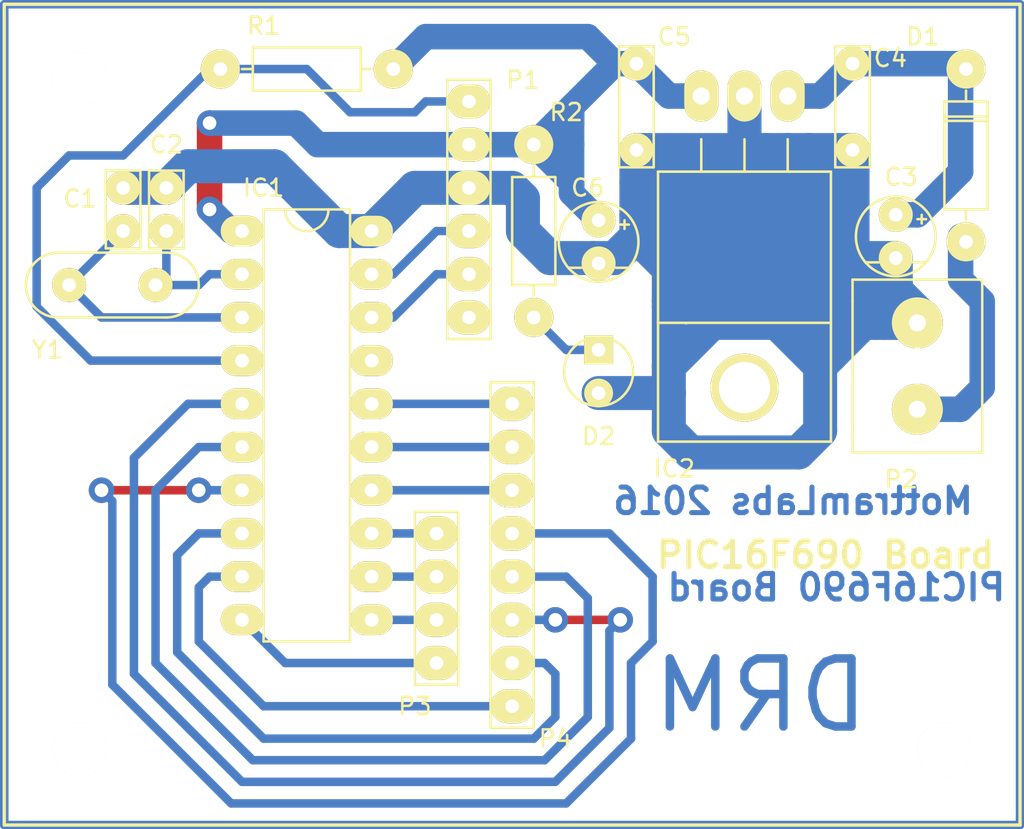
<source format=kicad_pcb>
(kicad_pcb (version 4) (host pcbnew 4.0.2-4+6225~38~ubuntu15.04.1-stable)

  (general
    (links 41)
    (no_connects 0)
    (area 105.937857 72.145 176.002143 122.015)
    (thickness 1.6)
    (drawings 8)
    (tracks 214)
    (zones 0)
    (modules 20)
    (nets 25)
  )

  (page A4)
  (layers
    (0 F.Cu signal)
    (31 B.Cu signal)
    (32 B.Adhes user)
    (33 F.Adhes user)
    (34 B.Paste user)
    (35 F.Paste user)
    (36 B.SilkS user)
    (37 F.SilkS user)
    (38 B.Mask user)
    (39 F.Mask user)
    (40 Dwgs.User user)
    (41 Cmts.User user)
    (42 Eco1.User user)
    (43 Eco2.User user)
    (44 Edge.Cuts user)
    (45 Margin user)
    (46 B.CrtYd user)
    (47 F.CrtYd user)
    (48 B.Fab user)
    (49 F.Fab user)
  )

  (setup
    (last_trace_width 0.5)
    (trace_clearance 0.2)
    (zone_clearance 0.508)
    (zone_45_only no)
    (trace_min 0.2)
    (segment_width 0.2)
    (edge_width 0.15)
    (via_size 1.5)
    (via_drill 0.8)
    (via_min_size 0.4)
    (via_min_drill 0.3)
    (uvia_size 0.3)
    (uvia_drill 0.1)
    (uvias_allowed no)
    (uvia_min_size 0.2)
    (uvia_min_drill 0.1)
    (pcb_text_width 0.3)
    (pcb_text_size 1.5 1.5)
    (mod_edge_width 0.15)
    (mod_text_size 1 1)
    (mod_text_width 0.15)
    (pad_size 1.524 1.524)
    (pad_drill 0.762)
    (pad_to_mask_clearance 0.2)
    (aux_axis_origin 0 0)
    (visible_elements FFFFFF7F)
    (pcbplotparams
      (layerselection 0x00030_80000001)
      (usegerberextensions false)
      (excludeedgelayer true)
      (linewidth 0.100000)
      (plotframeref false)
      (viasonmask false)
      (mode 1)
      (useauxorigin false)
      (hpglpennumber 1)
      (hpglpenspeed 20)
      (hpglpendiameter 15)
      (hpglpenoverlay 2)
      (psnegative false)
      (psa4output false)
      (plotreference true)
      (plotvalue true)
      (plotinvisibletext false)
      (padsonsilk false)
      (subtractmaskfromsilk false)
      (outputformat 1)
      (mirror false)
      (drillshape 1)
      (scaleselection 1)
      (outputdirectory ""))
  )

  (net 0 "")
  (net 1 "Net-(C1-Pad1)")
  (net 2 Earth)
  (net 3 "Net-(C2-Pad1)")
  (net 4 +5V)
  (net 5 "Net-(IC1-Pad4)")
  (net 6 "Net-(IC1-Pad5)")
  (net 7 "Net-(IC1-Pad6)")
  (net 8 "Net-(IC1-Pad7)")
  (net 9 "Net-(IC1-Pad8)")
  (net 10 "Net-(IC1-Pad9)")
  (net 11 "Net-(IC1-Pad10)")
  (net 12 "Net-(IC1-Pad11)")
  (net 13 "Net-(IC1-Pad12)")
  (net 14 "Net-(IC1-Pad13)")
  (net 15 "Net-(IC1-Pad14)")
  (net 16 "Net-(IC1-Pad15)")
  (net 17 "Net-(IC1-Pad16)")
  (net 18 "Net-(IC1-Pad17)")
  (net 19 "Net-(IC1-Pad18)")
  (net 20 "Net-(IC1-Pad19)")
  (net 21 "Net-(P1-Pad6)")
  (net 22 "Net-(C3-Pad1)")
  (net 23 "Net-(D1-Pad2)")
  (net 24 "Net-(D2-Pad2)")

  (net_class Default "This is the default net class."
    (clearance 0.2)
    (trace_width 0.5)
    (via_dia 1.5)
    (via_drill 0.8)
    (uvia_dia 0.3)
    (uvia_drill 0.1)
    (add_net "Net-(C1-Pad1)")
    (add_net "Net-(C2-Pad1)")
    (add_net "Net-(C3-Pad1)")
    (add_net "Net-(D1-Pad2)")
    (add_net "Net-(D2-Pad2)")
    (add_net "Net-(IC1-Pad10)")
    (add_net "Net-(IC1-Pad11)")
    (add_net "Net-(IC1-Pad12)")
    (add_net "Net-(IC1-Pad13)")
    (add_net "Net-(IC1-Pad14)")
    (add_net "Net-(IC1-Pad15)")
    (add_net "Net-(IC1-Pad16)")
    (add_net "Net-(IC1-Pad17)")
    (add_net "Net-(IC1-Pad18)")
    (add_net "Net-(IC1-Pad19)")
    (add_net "Net-(IC1-Pad4)")
    (add_net "Net-(IC1-Pad5)")
    (add_net "Net-(IC1-Pad6)")
    (add_net "Net-(IC1-Pad7)")
    (add_net "Net-(IC1-Pad8)")
    (add_net "Net-(IC1-Pad9)")
    (add_net "Net-(P1-Pad6)")
  )

  (net_class +5V ""
    (clearance 0.2)
    (trace_width 1.5)
    (via_dia 1.5)
    (via_drill 0.8)
    (uvia_dia 0.3)
    (uvia_drill 0.1)
    (add_net +5V)
  )

  (net_class GND ""
    (clearance 0.2)
    (trace_width 2)
    (via_dia 0.6)
    (via_drill 0.4)
    (uvia_dia 0.3)
    (uvia_drill 0.1)
    (add_net Earth)
  )

  (module DRM_KiCad_Library:Capacitor_01_Single_Sided (layer F.Cu) (tedit 56E055AF) (tstamp 56E04E7A)
    (at 118.11 86.36 90)
    (path /56DDBB38)
    (fp_text reference C1 (at 1.905 -2.54 180) (layer F.SilkS)
      (effects (font (size 1 1) (thickness 0.15)))
    )
    (fp_text value 22pF (at 0.508 2.032 90) (layer F.Fab) hide
      (effects (font (size 1 1) (thickness 0.15)))
    )
    (fp_line (start 3.302 -1.016) (end 3.556 -1.016) (layer F.SilkS) (width 0.15))
    (fp_line (start 3.556 -1.016) (end 3.556 1.016) (layer F.SilkS) (width 0.15))
    (fp_line (start 3.556 1.016) (end 3.302 1.016) (layer F.SilkS) (width 0.15))
    (fp_line (start -1.016 -1.016) (end 3.302 -1.016) (layer F.SilkS) (width 0.15))
    (fp_line (start 3.302 1.016) (end -1.016 1.016) (layer F.SilkS) (width 0.15))
    (fp_line (start -1.016 1.016) (end -1.016 -1.016) (layer F.SilkS) (width 0.15))
    (pad 1 thru_hole circle (at 0 0 90) (size 2 2) (drill 0.8) (layers *.Cu *.Mask F.SilkS)
      (net 1 "Net-(C1-Pad1)"))
    (pad 2 thru_hole circle (at 2.54 0 90) (size 2 2) (drill 0.8) (layers *.Cu *.Mask F.SilkS)
      (net 2 Earth))
  )

  (module DRM_KiCad_Library:Capacitor_01_Single_Sided (layer F.Cu) (tedit 56E055B6) (tstamp 56E04E86)
    (at 120.65 86.36 90)
    (path /56DDBB6E)
    (fp_text reference C2 (at 5.08 0 180) (layer F.SilkS)
      (effects (font (size 1 1) (thickness 0.15)))
    )
    (fp_text value 22pF (at 0.508 2.032 90) (layer F.Fab) hide
      (effects (font (size 1 1) (thickness 0.15)))
    )
    (fp_line (start 3.302 -1.016) (end 3.556 -1.016) (layer F.SilkS) (width 0.15))
    (fp_line (start 3.556 -1.016) (end 3.556 1.016) (layer F.SilkS) (width 0.15))
    (fp_line (start 3.556 1.016) (end 3.302 1.016) (layer F.SilkS) (width 0.15))
    (fp_line (start -1.016 -1.016) (end 3.302 -1.016) (layer F.SilkS) (width 0.15))
    (fp_line (start 3.302 1.016) (end -1.016 1.016) (layer F.SilkS) (width 0.15))
    (fp_line (start -1.016 1.016) (end -1.016 -1.016) (layer F.SilkS) (width 0.15))
    (pad 1 thru_hole circle (at 0 0 90) (size 2 2) (drill 0.8) (layers *.Cu *.Mask F.SilkS)
      (net 3 "Net-(C2-Pad1)"))
    (pad 2 thru_hole circle (at 2.54 0 90) (size 2 2) (drill 0.8) (layers *.Cu *.Mask F.SilkS)
      (net 2 Earth))
  )

  (module DRM_KiCad_Library:Capacitor_Electrolytic_Small_Single_Sided (layer F.Cu) (tedit 56E05583) (tstamp 56E04E91)
    (at 163.5125 85.4075 270)
    (path /56DDE379)
    (fp_text reference C3 (at -2.2225 -0.3175 360) (layer F.SilkS)
      (effects (font (size 1 1) (thickness 0.15)))
    )
    (fp_text value "10uF 16V" (at 2.286 3.302 270) (layer F.Fab) hide
      (effects (font (size 1 1) (thickness 0.15)))
    )
    (fp_line (start 2.794 1.016) (end 2.794 1.778) (layer F.SilkS) (width 0.15))
    (fp_line (start 2.794 -1.778) (end 2.794 -1.016) (layer F.SilkS) (width 0.15))
    (fp_line (start 0.254 -1.778) (end 0.254 -1.27) (layer F.SilkS) (width 0.15))
    (fp_line (start 0 -1.524) (end 0.508 -1.524) (layer F.SilkS) (width 0.15))
    (fp_circle (center 1.27 0) (end 1.778 -2.286) (layer F.SilkS) (width 0.15))
    (pad 1 thru_hole circle (at 0 0 270) (size 2 2) (drill 0.8) (layers *.Cu *.Mask F.SilkS)
      (net 22 "Net-(C3-Pad1)"))
    (pad 2 thru_hole circle (at 2.54 0 270) (size 2 2) (drill 0.8) (layers *.Cu *.Mask F.SilkS)
      (net 2 Earth))
  )

  (module DRM_KiCad_Library:Capacitor_02_Single_Sided (layer F.Cu) (tedit 56E05595) (tstamp 56E04E9F)
    (at 160.9725 76.5175 270)
    (path /56DDDB1B)
    (fp_text reference C4 (at -0.3175 -2.2225 360) (layer F.SilkS)
      (effects (font (size 1 1) (thickness 0.15)))
    )
    (fp_text value 0.1uF (at 2.286 2.032 270) (layer F.Fab) hide
      (effects (font (size 1 1) (thickness 0.15)))
    )
    (fp_line (start 3.556 -1.016) (end 6.096 -1.016) (layer F.SilkS) (width 0.15))
    (fp_line (start 6.096 -1.016) (end 6.096 1.016) (layer F.SilkS) (width 0.15))
    (fp_line (start 6.096 1.016) (end 3.556 1.016) (layer F.SilkS) (width 0.15))
    (fp_line (start 3.302 -1.016) (end 3.556 -1.016) (layer F.SilkS) (width 0.15))
    (fp_line (start 3.556 1.016) (end 3.302 1.016) (layer F.SilkS) (width 0.15))
    (fp_line (start -1.016 -1.016) (end 3.302 -1.016) (layer F.SilkS) (width 0.15))
    (fp_line (start 3.302 1.016) (end -1.016 1.016) (layer F.SilkS) (width 0.15))
    (fp_line (start -1.016 1.016) (end -1.016 -1.016) (layer F.SilkS) (width 0.15))
    (pad 1 thru_hole circle (at 0 0 270) (size 2 2) (drill 0.8) (layers *.Cu *.Mask F.SilkS)
      (net 22 "Net-(C3-Pad1)"))
    (pad 2 thru_hole circle (at 5.08 0 270) (size 2 2) (drill 0.8) (layers *.Cu *.Mask F.SilkS)
      (net 2 Earth))
  )

  (module DRM_KiCad_Library:Capacitor_02_Single_Sided (layer F.Cu) (tedit 56E0559C) (tstamp 56E04EAD)
    (at 148.2725 76.5175 270)
    (path /56DDDA19)
    (fp_text reference C5 (at -1.5875 -2.2225 360) (layer F.SilkS)
      (effects (font (size 1 1) (thickness 0.15)))
    )
    (fp_text value 0.1uF (at 2.286 2.032 270) (layer F.Fab) hide
      (effects (font (size 1 1) (thickness 0.15)))
    )
    (fp_line (start 3.556 -1.016) (end 6.096 -1.016) (layer F.SilkS) (width 0.15))
    (fp_line (start 6.096 -1.016) (end 6.096 1.016) (layer F.SilkS) (width 0.15))
    (fp_line (start 6.096 1.016) (end 3.556 1.016) (layer F.SilkS) (width 0.15))
    (fp_line (start 3.302 -1.016) (end 3.556 -1.016) (layer F.SilkS) (width 0.15))
    (fp_line (start 3.556 1.016) (end 3.302 1.016) (layer F.SilkS) (width 0.15))
    (fp_line (start -1.016 -1.016) (end 3.302 -1.016) (layer F.SilkS) (width 0.15))
    (fp_line (start 3.302 1.016) (end -1.016 1.016) (layer F.SilkS) (width 0.15))
    (fp_line (start -1.016 1.016) (end -1.016 -1.016) (layer F.SilkS) (width 0.15))
    (pad 1 thru_hole circle (at 0 0 270) (size 2 2) (drill 0.8) (layers *.Cu *.Mask F.SilkS)
      (net 4 +5V))
    (pad 2 thru_hole circle (at 5.08 0 270) (size 2 2) (drill 0.8) (layers *.Cu *.Mask F.SilkS)
      (net 2 Earth))
  )

  (module DRM_KiCad_Library:Capacitor_Electrolytic_Small_Single_Sided (layer F.Cu) (tedit 56E0598C) (tstamp 56E04EB8)
    (at 146.05 85.725 270)
    (path /56DDDEE4)
    (fp_text reference C6 (at -1.905 0.635 360) (layer F.SilkS)
      (effects (font (size 1 1) (thickness 0.15)))
    )
    (fp_text value "10uF 16V" (at 2.286 3.302 270) (layer F.Fab) hide
      (effects (font (size 1 1) (thickness 0.15)))
    )
    (fp_line (start 2.794 1.016) (end 2.794 1.778) (layer F.SilkS) (width 0.15))
    (fp_line (start 2.794 -1.778) (end 2.794 -1.016) (layer F.SilkS) (width 0.15))
    (fp_line (start 0.254 -1.778) (end 0.254 -1.27) (layer F.SilkS) (width 0.15))
    (fp_line (start 0 -1.524) (end 0.508 -1.524) (layer F.SilkS) (width 0.15))
    (fp_circle (center 1.27 0) (end 1.778 -2.286) (layer F.SilkS) (width 0.15))
    (pad 1 thru_hole circle (at 0 0 270) (size 2 2) (drill 0.8) (layers *.Cu *.Mask F.SilkS)
      (net 4 +5V))
    (pad 2 thru_hole circle (at 2.54 0 270) (size 2 2) (drill 0.8) (layers *.Cu *.Mask F.SilkS)
      (net 2 Earth))
  )

  (module DRM_KiCad_Library:7805_TO220_Single_Sided (layer F.Cu) (tedit 56E05577) (tstamp 56E04EE8)
    (at 154.6225 95.5675 180)
    (path /56DDD859)
    (fp_text reference IC2 (at 4.1275 -4.7625 180) (layer F.SilkS)
      (effects (font (size 1 1) (thickness 0.15)))
    )
    (fp_text value LM7805CT (at 0 19.685 180) (layer F.Fab) hide
      (effects (font (size 1 1) (thickness 0.15)))
    )
    (fp_line (start 0 14.605) (end 0 12.7) (layer F.SilkS) (width 0.15))
    (fp_line (start 0 12.7) (end 2.54 12.7) (layer F.SilkS) (width 0.15))
    (fp_line (start 2.54 12.7) (end 2.54 14.605) (layer F.SilkS) (width 0.15))
    (fp_line (start -2.54 12.7) (end -2.54 14.605) (layer F.SilkS) (width 0.15))
    (fp_line (start -5.08 3.81) (end 5.08 3.81) (layer F.SilkS) (width 0.15))
    (fp_line (start 0 12.7) (end 5.08 12.7) (layer F.SilkS) (width 0.15))
    (fp_line (start 5.08 12.7) (end 5.08 -3.175) (layer F.SilkS) (width 0.15))
    (fp_line (start 5.08 -3.175) (end -5.08 -3.175) (layer F.SilkS) (width 0.15))
    (fp_line (start -5.08 -3.175) (end -5.08 12.7) (layer F.SilkS) (width 0.15))
    (fp_line (start -5.08 12.7) (end 0 12.7) (layer F.SilkS) (width 0.15))
    (pad "" np_thru_hole circle (at 0 0 180) (size 4 4) (drill 3) (layers *.Cu *.Mask F.SilkS))
    (pad 2 thru_hole oval (at 0 17.145 180) (size 2 3) (drill 1) (layers *.Cu *.Mask F.SilkS)
      (net 2 Earth))
    (pad 1 thru_hole oval (at -2.54 17.145 180) (size 2 3) (drill 1) (layers *.Cu *.Mask F.SilkS)
      (net 22 "Net-(C3-Pad1)"))
    (pad 3 thru_hole oval (at 2.54 17.145 180) (size 2 3) (drill 1) (layers *.Cu *.Mask F.SilkS)
      (net 4 +5V))
  )

  (module DRM_KiCad_Library:Header_6W_Single_Sided (layer F.Cu) (tedit 56E055A5) (tstamp 56E04EF6)
    (at 138.43 78.74)
    (path /56DDBE35)
    (fp_text reference P1 (at 3.175 -1.27) (layer F.SilkS)
      (effects (font (size 1 1) (thickness 0.15)))
    )
    (fp_text value "ISP Header" (at 0 15.24) (layer F.Fab) hide
      (effects (font (size 1 1) (thickness 0.15)))
    )
    (fp_line (start -1.27 -1.27) (end -1.27 13.97) (layer F.SilkS) (width 0.15))
    (fp_line (start -1.27 13.97) (end 1.27 13.97) (layer F.SilkS) (width 0.15))
    (fp_line (start 1.27 13.97) (end 1.27 -1.27) (layer F.SilkS) (width 0.15))
    (fp_line (start -1.27 -1.27) (end 1.27 -1.27) (layer F.SilkS) (width 0.15))
    (pad 1 thru_hole oval (at 0 0) (size 2.5 2) (drill 0.8) (layers *.Cu *.Mask F.SilkS)
      (net 5 "Net-(IC1-Pad4)"))
    (pad 2 thru_hole oval (at 0 2.54) (size 2.5 2) (drill 0.8) (layers *.Cu *.Mask F.SilkS)
      (net 4 +5V))
    (pad 3 thru_hole oval (at 0 5.08) (size 2.5 2) (drill 0.8) (layers *.Cu *.Mask F.SilkS)
      (net 2 Earth))
    (pad 4 thru_hole oval (at 0 7.62) (size 2.5 2) (drill 0.8) (layers *.Cu *.Mask F.SilkS)
      (net 20 "Net-(IC1-Pad19)"))
    (pad 5 thru_hole oval (at 0 10.16) (size 2.5 2) (drill 0.8) (layers *.Cu *.Mask F.SilkS)
      (net 19 "Net-(IC1-Pad18)"))
    (pad 6 thru_hole oval (at 0 12.7) (size 2.5 2) (drill 0.8) (layers *.Cu *.Mask F.SilkS)
      (net 21 "Net-(P1-Pad6)"))
  )

  (module DRM_KiCad_Library:Terminal_2W_Single_Sided (layer F.Cu) (tedit 56E0557B) (tstamp 56E04F04)
    (at 164.7825 96.8375 90)
    (path /56DDDFF7)
    (fp_text reference P2 (at -4.1275 -0.9525 180) (layer F.SilkS)
      (effects (font (size 1 1) (thickness 0.15)))
    )
    (fp_text value "2 Way Terminal" (at 2.54 5.08 90) (layer F.Fab) hide
      (effects (font (size 1 1) (thickness 0.15)))
    )
    (fp_line (start 6.35 3.81) (end 7.62 3.81) (layer F.SilkS) (width 0.15))
    (fp_line (start 7.62 3.81) (end 7.62 -3.81) (layer F.SilkS) (width 0.15))
    (fp_line (start 7.62 -3.81) (end 6.35 -3.81) (layer F.SilkS) (width 0.15))
    (fp_line (start -1.27 -3.81) (end -2.54 -3.81) (layer F.SilkS) (width 0.15))
    (fp_line (start -2.54 -3.81) (end -2.54 3.81) (layer F.SilkS) (width 0.15))
    (fp_line (start -2.54 3.81) (end -1.27 3.81) (layer F.SilkS) (width 0.15))
    (fp_line (start -1.27 -3.81) (end 6.35 -3.81) (layer F.SilkS) (width 0.15))
    (fp_line (start 6.35 3.81) (end -1.27 3.81) (layer F.SilkS) (width 0.15))
    (pad 1 thru_hole circle (at 0 0 90) (size 3 3) (drill 1) (layers *.Cu *.Mask F.SilkS)
      (net 23 "Net-(D1-Pad2)"))
    (pad 2 thru_hole circle (at 5.08 0 90) (size 3 3) (drill 1) (layers *.Cu *.Mask F.SilkS)
      (net 2 Earth))
  )

  (module DRM_KiCad_Library:Header_4W_Single_Sided (layer F.Cu) (tedit 56E055A9) (tstamp 56E04F10)
    (at 136.525 104.14)
    (path /56E041BB)
    (fp_text reference P3 (at -1.27 10.16) (layer F.SilkS)
      (effects (font (size 1 1) (thickness 0.15)))
    )
    (fp_text value "Port B" (at 0 10.16) (layer F.Fab) hide
      (effects (font (size 1 1) (thickness 0.15)))
    )
    (fp_line (start -1.27 -1.27) (end -1.27 8.89) (layer F.SilkS) (width 0.15))
    (fp_line (start 1.27 -1.27) (end 1.27 8.89) (layer F.SilkS) (width 0.15))
    (fp_line (start -1.27 -1.27) (end 1.27 -1.27) (layer F.SilkS) (width 0.15))
    (fp_line (start 1.27 8.89) (end -1.27 8.89) (layer F.SilkS) (width 0.15))
    (pad 1 thru_hole oval (at 0 0) (size 2.5 2) (drill 0.8) (layers *.Cu *.Mask F.SilkS)
      (net 14 "Net-(IC1-Pad13)"))
    (pad 2 thru_hole oval (at 0 2.54) (size 2.5 2) (drill 0.8) (layers *.Cu *.Mask F.SilkS)
      (net 13 "Net-(IC1-Pad12)"))
    (pad 3 thru_hole oval (at 0 5.08) (size 2.5 2) (drill 0.8) (layers *.Cu *.Mask F.SilkS)
      (net 12 "Net-(IC1-Pad11)"))
    (pad 4 thru_hole oval (at 0 7.62) (size 2.5 2) (drill 0.8) (layers *.Cu *.Mask F.SilkS)
      (net 11 "Net-(IC1-Pad10)"))
  )

  (module DRM_KiCad_Library:Header_8W_Single_Sided (layer F.Cu) (tedit 56E05959) (tstamp 56E04F20)
    (at 140.97 96.52)
    (path /56E04104)
    (fp_text reference P4 (at 2.54 19.685) (layer F.SilkS)
      (effects (font (size 1 1) (thickness 0.15)))
    )
    (fp_text value "Port C" (at 0 20.32) (layer F.Fab) hide
      (effects (font (size 1 1) (thickness 0.15)))
    )
    (fp_line (start -1.27 -1.27) (end 1.27 -1.27) (layer F.SilkS) (width 0.15))
    (fp_line (start 1.27 -1.27) (end 1.27 19.05) (layer F.SilkS) (width 0.15))
    (fp_line (start 1.27 19.05) (end -1.27 19.05) (layer F.SilkS) (width 0.15))
    (fp_line (start -1.27 19.05) (end -1.27 -1.27) (layer F.SilkS) (width 0.15))
    (pad 1 thru_hole oval (at 0 0) (size 2.5 2) (drill 0.8) (layers *.Cu *.Mask F.SilkS)
      (net 17 "Net-(IC1-Pad16)"))
    (pad 2 thru_hole oval (at 0 2.54) (size 2.5 2) (drill 0.8) (layers *.Cu *.Mask F.SilkS)
      (net 16 "Net-(IC1-Pad15)"))
    (pad 3 thru_hole oval (at 0 5.08) (size 2.5 2) (drill 0.8) (layers *.Cu *.Mask F.SilkS)
      (net 15 "Net-(IC1-Pad14)"))
    (pad 4 thru_hole oval (at 0 7.62) (size 2.5 2) (drill 0.8) (layers *.Cu *.Mask F.SilkS)
      (net 8 "Net-(IC1-Pad7)"))
    (pad 5 thru_hole oval (at 0 10.16) (size 2.5 2) (drill 0.8) (layers *.Cu *.Mask F.SilkS)
      (net 7 "Net-(IC1-Pad6)"))
    (pad 6 thru_hole oval (at 0 12.7) (size 2.5 2) (drill 0.8) (layers *.Cu *.Mask F.SilkS)
      (net 6 "Net-(IC1-Pad5)"))
    (pad 7 thru_hole oval (at 0 15.24) (size 2.5 2) (drill 0.8) (layers *.Cu *.Mask F.SilkS)
      (net 9 "Net-(IC1-Pad8)"))
    (pad 8 thru_hole oval (at 0 17.78) (size 2.5 2) (drill 0.8) (layers *.Cu *.Mask F.SilkS)
      (net 10 "Net-(IC1-Pad9)"))
  )

  (module DRM_KiCad_Library:Resistor_Single_Sided (layer F.Cu) (tedit 56E0556B) (tstamp 56E04F2C)
    (at 133.985 76.835 180)
    (path /56DDBEEF)
    (fp_text reference R1 (at 7.62 2.54 180) (layer F.SilkS)
      (effects (font (size 1 1) (thickness 0.15)))
    )
    (fp_text value 10K (at 5.08 2.54 180) (layer F.Fab) hide
      (effects (font (size 1 1) (thickness 0.15)))
    )
    (fp_line (start 8.255 0) (end 8.89 0) (layer F.SilkS) (width 0.15))
    (fp_line (start 1.905 0) (end 1.27 0) (layer F.SilkS) (width 0.15))
    (fp_line (start 1.905 -1.27) (end 1.905 1.27) (layer F.SilkS) (width 0.15))
    (fp_line (start 1.905 1.27) (end 8.255 1.27) (layer F.SilkS) (width 0.15))
    (fp_line (start 8.255 1.27) (end 8.255 -1.27) (layer F.SilkS) (width 0.15))
    (fp_line (start 8.255 -1.27) (end 1.905 -1.27) (layer F.SilkS) (width 0.15))
    (pad 1 thru_hole circle (at 0 0 180) (size 2.3 2.3) (drill 0.8) (layers *.Cu *.Mask F.SilkS)
      (net 4 +5V))
    (pad 2 thru_hole circle (at 10.16 0 180) (size 2.3 2.3) (drill 0.8) (layers *.Cu *.Mask F.SilkS)
      (net 5 "Net-(IC1-Pad4)"))
  )

  (module DRM_KiCad_Library:Crystal_HC49_Single_Sided (layer F.Cu) (tedit 56E055AC) (tstamp 56E04F38)
    (at 114.935 89.535)
    (path /56DDBB09)
    (fp_text reference Y1 (at -1.27 3.81) (layer F.SilkS)
      (effects (font (size 1 1) (thickness 0.15)))
    )
    (fp_text value 20MHz (at 2.54 3.175) (layer F.Fab) hide
      (effects (font (size 1 1) (thickness 0.15)))
    )
    (fp_line (start -0.635 -1.905) (end 5.715 -1.905) (layer F.SilkS) (width 0.15))
    (fp_line (start 5.715 1.905) (end -0.635 1.905) (layer F.SilkS) (width 0.15))
    (fp_arc (start 5.715 0) (end 7.62 0) (angle 90) (layer F.SilkS) (width 0.15))
    (fp_arc (start 5.715 0) (end 5.715 -1.905) (angle 90) (layer F.SilkS) (width 0.15))
    (fp_arc (start -0.635 0) (end -2.54 0) (angle 90) (layer F.SilkS) (width 0.15))
    (fp_arc (start -0.635 0) (end -0.635 1.905) (angle 90) (layer F.SilkS) (width 0.15))
    (pad 1 thru_hole circle (at 0 0) (size 2 2) (drill 0.8) (layers *.Cu *.Mask F.SilkS)
      (net 1 "Net-(C1-Pad1)"))
    (pad 2 thru_hole circle (at 5.08 0) (size 2 2) (drill 0.8) (layers *.Cu *.Mask F.SilkS)
      (net 3 "Net-(C2-Pad1)"))
  )

  (module Mounting_Holes:MountingHole_3.2mm_M3 (layer F.Cu) (tedit 56E0538B) (tstamp 56E055E8)
    (at 115.57 116.84)
    (descr "Mounting Hole 3.2mm, no annular, M3")
    (tags "mounting hole 3.2mm no annular m3")
    (fp_text reference REF** (at 0 -4.2) (layer F.SilkS) hide
      (effects (font (size 1 1) (thickness 0.15)))
    )
    (fp_text value MountingHole_3.2mm_M3 (at 0 4.2) (layer F.Fab) hide
      (effects (font (size 1 1) (thickness 0.15)))
    )
    (fp_circle (center 0 0) (end 3.2 0) (layer Cmts.User) (width 0.15))
    (fp_circle (center 0 0) (end 3.45 0) (layer F.CrtYd) (width 0.05))
    (pad 1 np_thru_hole circle (at 0 0) (size 3.2 3.2) (drill 3.2) (layers *.Cu *.Mask F.SilkS))
  )

  (module Mounting_Holes:MountingHole_3.2mm_M3 (layer F.Cu) (tedit 56E053E1) (tstamp 56E055F1)
    (at 166.37 116.84)
    (descr "Mounting Hole 3.2mm, no annular, M3")
    (tags "mounting hole 3.2mm no annular m3")
    (fp_text reference REF** (at 0 -4.2) (layer F.SilkS) hide
      (effects (font (size 1 1) (thickness 0.15)))
    )
    (fp_text value MountingHole_3.2mm_M3 (at 0 4.2) (layer F.Fab) hide
      (effects (font (size 1 1) (thickness 0.15)))
    )
    (fp_circle (center 0 0) (end 3.2 0) (layer Cmts.User) (width 0.15))
    (fp_circle (center 0 0) (end 3.45 0) (layer F.CrtYd) (width 0.05))
    (pad 1 np_thru_hole circle (at 0 0) (size 3.2 3.2) (drill 3.2) (layers *.Cu *.Mask F.SilkS))
  )

  (module Mounting_Holes:MountingHole_3.2mm_M3 (layer F.Cu) (tedit 56E05452) (tstamp 56E05603)
    (at 115.57 77.47)
    (descr "Mounting Hole 3.2mm, no annular, M3")
    (tags "mounting hole 3.2mm no annular m3")
    (fp_text reference REF** (at 0 -4.2) (layer F.SilkS) hide
      (effects (font (size 1 1) (thickness 0.15)))
    )
    (fp_text value MountingHole_3.2mm_M3 (at 0 4.2) (layer F.Fab) hide
      (effects (font (size 1 1) (thickness 0.15)))
    )
    (fp_circle (center 0 0) (end 3.2 0) (layer Cmts.User) (width 0.15))
    (fp_circle (center 0 0) (end 3.45 0) (layer F.CrtYd) (width 0.05))
    (pad 1 np_thru_hole circle (at 0 0) (size 3.2 3.2) (drill 3.2) (layers *.Cu *.Mask F.SilkS))
  )

  (module DRM_KiCad_Library:Diode_Single_Sided (layer F.Cu) (tedit 56E05746) (tstamp 56E057F3)
    (at 167.64 76.835 270)
    (path /56DDE256)
    (fp_text reference D1 (at -1.905 2.54 360) (layer F.SilkS)
      (effects (font (size 1 1) (thickness 0.15)))
    )
    (fp_text value IN4001 (at 5.08 2.54 270) (layer F.Fab) hide
      (effects (font (size 1 1) (thickness 0.15)))
    )
    (fp_line (start 2.794 -1.27) (end 2.794 1.27) (layer F.SilkS) (width 0.15))
    (fp_line (start 2.794 1.27) (end 3.048 1.27) (layer F.SilkS) (width 0.15))
    (fp_line (start 3.048 1.27) (end 3.048 -1.27) (layer F.SilkS) (width 0.15))
    (fp_line (start 8.255 0) (end 8.89 0) (layer F.SilkS) (width 0.15))
    (fp_line (start 1.905 0) (end 1.27 0) (layer F.SilkS) (width 0.15))
    (fp_line (start 1.905 -1.27) (end 1.905 1.27) (layer F.SilkS) (width 0.15))
    (fp_line (start 1.905 1.27) (end 8.255 1.27) (layer F.SilkS) (width 0.15))
    (fp_line (start 8.255 1.27) (end 8.255 -1.27) (layer F.SilkS) (width 0.15))
    (fp_line (start 8.255 -1.27) (end 1.905 -1.27) (layer F.SilkS) (width 0.15))
    (pad 1 thru_hole circle (at 0 0 270) (size 2.3 2.3) (drill 0.8) (layers *.Cu *.Mask F.SilkS)
      (net 22 "Net-(C3-Pad1)"))
    (pad 2 thru_hole circle (at 10.16 0 270) (size 2.3 2.3) (drill 0.8) (layers *.Cu *.Mask F.SilkS)
      (net 23 "Net-(D1-Pad2)"))
  )

  (module DRM_KiCad_Library:Resistor_Single_Sided (layer F.Cu) (tedit 56E05961) (tstamp 56E059FC)
    (at 142.24 81.28 270)
    (path /56E0590E)
    (fp_text reference R2 (at -1.905 -1.905 360) (layer F.SilkS)
      (effects (font (size 1 1) (thickness 0.15)))
    )
    (fp_text value 1K (at 5.08 2.54 270) (layer F.Fab) hide
      (effects (font (size 1 1) (thickness 0.15)))
    )
    (fp_line (start 8.255 0) (end 8.89 0) (layer F.SilkS) (width 0.15))
    (fp_line (start 1.905 0) (end 1.27 0) (layer F.SilkS) (width 0.15))
    (fp_line (start 1.905 -1.27) (end 1.905 1.27) (layer F.SilkS) (width 0.15))
    (fp_line (start 1.905 1.27) (end 8.255 1.27) (layer F.SilkS) (width 0.15))
    (fp_line (start 8.255 1.27) (end 8.255 -1.27) (layer F.SilkS) (width 0.15))
    (fp_line (start 8.255 -1.27) (end 1.905 -1.27) (layer F.SilkS) (width 0.15))
    (pad 1 thru_hole circle (at 0 0 270) (size 2.3 2.3) (drill 0.8) (layers *.Cu *.Mask F.SilkS)
      (net 4 +5V))
    (pad 2 thru_hole circle (at 10.16 0 270) (size 2.3 2.3) (drill 0.8) (layers *.Cu *.Mask F.SilkS)
      (net 24 "Net-(D2-Pad2)"))
  )

  (module DRM_KiCad_Library:LED_3mm_Single_Sided (layer F.Cu) (tedit 56E05B8D) (tstamp 56E05E57)
    (at 146.05 93.345 270)
    (path /56E062BB)
    (fp_text reference D2 (at 5.08 0 360) (layer F.SilkS)
      (effects (font (size 1 1) (thickness 0.15)))
    )
    (fp_text value "LED RED 3mm" (at 2.032 3.302 270) (layer F.Fab) hide
      (effects (font (size 1 1) (thickness 0.15)))
    )
    (fp_circle (center 1.27 0) (end 1.27 -2.032) (layer F.SilkS) (width 0.15))
    (pad 2 thru_hole rect (at 0 0 270) (size 1.7 1.7) (drill 0.8) (layers *.Cu *.Mask F.SilkS)
      (net 24 "Net-(D2-Pad2)"))
    (pad 1 thru_hole circle (at 2.54 0 270) (size 1.7 1.7) (drill 0.8) (layers *.Cu *.Mask F.SilkS)
      (net 2 Earth))
  )

  (module DRM_KiCad_Library:DIL_20_Single_Sided (layer F.Cu) (tedit 56E04143) (tstamp 56E15047)
    (at 125.095 86.36)
    (path /56DDBAAF)
    (fp_text reference IC1 (at 1.27 -2.54) (layer F.SilkS)
      (effects (font (size 1 1) (thickness 0.15)))
    )
    (fp_text value PIC16F690 (at 3.81 25.4) (layer F.Fab) hide
      (effects (font (size 1 1) (thickness 0.15)))
    )
    (fp_arc (start 3.81 -1.27) (end 5.08 -1.27) (angle 90) (layer F.SilkS) (width 0.15))
    (fp_arc (start 3.81 -1.27) (end 3.81 0) (angle 90) (layer F.SilkS) (width 0.15))
    (fp_line (start 1.27 -1.27) (end 1.27 24.13) (layer F.SilkS) (width 0.15))
    (fp_line (start 1.27 24.13) (end 6.35 24.13) (layer F.SilkS) (width 0.15))
    (fp_line (start 6.35 24.13) (end 6.35 -1.27) (layer F.SilkS) (width 0.15))
    (fp_line (start 6.35 -1.27) (end 1.27 -1.27) (layer F.SilkS) (width 0.15))
    (pad 1 thru_hole oval (at 0 0) (size 2.5 1.8) (drill 0.8) (layers *.Cu *.Mask F.SilkS)
      (net 4 +5V))
    (pad 2 thru_hole oval (at 0 2.54) (size 2.5 1.8) (drill 0.8) (layers *.Cu *.Mask F.SilkS)
      (net 3 "Net-(C2-Pad1)"))
    (pad 3 thru_hole oval (at 0 5.08) (size 2.5 1.8) (drill 0.8) (layers *.Cu *.Mask F.SilkS)
      (net 1 "Net-(C1-Pad1)"))
    (pad 4 thru_hole oval (at 0 7.62) (size 2.5 1.8) (drill 0.8) (layers *.Cu *.Mask F.SilkS)
      (net 5 "Net-(IC1-Pad4)"))
    (pad 5 thru_hole oval (at 0 10.16) (size 2.5 1.8) (drill 0.8) (layers *.Cu *.Mask F.SilkS)
      (net 6 "Net-(IC1-Pad5)"))
    (pad 6 thru_hole oval (at 0 12.7) (size 2.5 1.8) (drill 0.8) (layers *.Cu *.Mask F.SilkS)
      (net 7 "Net-(IC1-Pad6)"))
    (pad 7 thru_hole oval (at 0 15.24) (size 2.5 1.8) (drill 0.8) (layers *.Cu *.Mask F.SilkS)
      (net 8 "Net-(IC1-Pad7)"))
    (pad 8 thru_hole oval (at 0 17.78) (size 2.5 1.8) (drill 0.8) (layers *.Cu *.Mask F.SilkS)
      (net 9 "Net-(IC1-Pad8)"))
    (pad 9 thru_hole oval (at 0 20.32) (size 2.5 1.8) (drill 0.8) (layers *.Cu *.Mask F.SilkS)
      (net 10 "Net-(IC1-Pad9)"))
    (pad 10 thru_hole oval (at 0 22.86) (size 2.5 1.8) (drill 0.8) (layers *.Cu *.Mask F.SilkS)
      (net 11 "Net-(IC1-Pad10)"))
    (pad 11 thru_hole oval (at 7.62 22.86) (size 2.5 1.8) (drill 0.8) (layers *.Cu *.Mask F.SilkS)
      (net 12 "Net-(IC1-Pad11)"))
    (pad 12 thru_hole oval (at 7.62 20.32) (size 2.5 1.8) (drill 0.8) (layers *.Cu *.Mask F.SilkS)
      (net 13 "Net-(IC1-Pad12)"))
    (pad 13 thru_hole oval (at 7.62 17.78) (size 2.5 1.8) (drill 0.8) (layers *.Cu *.Mask F.SilkS)
      (net 14 "Net-(IC1-Pad13)"))
    (pad 14 thru_hole oval (at 7.62 15.24) (size 2.5 1.8) (drill 0.8) (layers *.Cu *.Mask F.SilkS)
      (net 15 "Net-(IC1-Pad14)"))
    (pad 15 thru_hole oval (at 7.62 12.7) (size 2.5 1.8) (drill 0.8) (layers *.Cu *.Mask F.SilkS)
      (net 16 "Net-(IC1-Pad15)"))
    (pad 16 thru_hole oval (at 7.62 10.16) (size 2.5 1.8) (drill 0.8) (layers *.Cu *.Mask F.SilkS)
      (net 17 "Net-(IC1-Pad16)"))
    (pad 17 thru_hole oval (at 7.62 7.62) (size 2.5 1.8) (drill 0.8) (layers *.Cu *.Mask F.SilkS)
      (net 18 "Net-(IC1-Pad17)"))
    (pad 18 thru_hole oval (at 7.62 5.08) (size 2.5 1.8) (drill 0.8) (layers *.Cu *.Mask F.SilkS)
      (net 19 "Net-(IC1-Pad18)"))
    (pad 19 thru_hole oval (at 7.62 2.54) (size 2.5 1.8) (drill 0.8) (layers *.Cu *.Mask F.SilkS)
      (net 20 "Net-(IC1-Pad19)"))
    (pad 20 thru_hole oval (at 7.62 0) (size 2.5 1.8) (drill 0.8) (layers *.Cu *.Mask F.SilkS)
      (net 2 Earth))
    (model Sockets_DIP.3dshapes/DIP-20__300.wrl
      (at (xyz 0 0 0))
      (scale (xyz 1 1 1))
      (rotate (xyz 0 0 0))
    )
  )

  (gr_text DRM (at 155.575 113.665) (layer B.Cu)
    (effects (font (size 4 4) (thickness 0.5)) (justify mirror))
  )
  (gr_text "PIC16F690 Board" (at 159.385 105.41) (layer F.SilkS)
    (effects (font (size 1.5 1.5) (thickness 0.3)))
  )
  (gr_line (start 170.815 121.285) (end 170.815 73.025) (angle 90) (layer F.SilkS) (width 0.2))
  (gr_line (start 111.125 121.285) (end 170.815 121.285) (angle 90) (layer F.SilkS) (width 0.2))
  (gr_line (start 111.125 73.025) (end 111.125 121.285) (angle 90) (layer F.SilkS) (width 0.2))
  (gr_line (start 170.815 73.025) (end 111.125 73.025) (angle 90) (layer F.SilkS) (width 0.2))
  (gr_text "MottramLabs 2016" (at 157.48 102.235) (layer B.Cu)
    (effects (font (size 1.5 1.5) (thickness 0.3)) (justify mirror))
  )
  (gr_text "PIC16F690 Board" (at 160.02 107.315) (layer B.Cu)
    (effects (font (size 1.5 1.5) (thickness 0.3)) (justify mirror))
  )

  (segment (start 111.125 73.025) (end 170.815 73.025) (width 0.5) (layer B.Cu) (net 0))
  (segment (start 170.815 73.025) (end 170.815 121.285) (width 0.5) (layer B.Cu) (net 0) (tstamp 56E0551B))
  (segment (start 170.815 121.285) (end 112.395 121.285) (width 0.5) (layer B.Cu) (net 0) (tstamp 56E0551C))
  (segment (start 112.395 121.285) (end 111.125 121.285) (width 0.5) (layer B.Cu) (net 0) (tstamp 56E0551D))
  (segment (start 111.125 121.285) (end 111.125 73.025) (width 0.5) (layer B.Cu) (net 0) (tstamp 56E0551E))
  (segment (start 118.11 86.36) (end 114.935 89.535) (width 0.5) (layer B.Cu) (net 1))
  (segment (start 125.095 91.44) (end 116.84 91.44) (width 0.5) (layer B.Cu) (net 1))
  (segment (start 116.84 91.44) (end 114.935 89.535) (width 0.5) (layer B.Cu) (net 1) (tstamp 56E0521B))
  (segment (start 146.05 95.885) (end 150.1775 95.885) (width 2) (layer B.Cu) (net 2))
  (segment (start 132.715 86.36) (end 130.81 86.36) (width 2) (layer B.Cu) (net 2))
  (segment (start 121.92 82.55) (end 120.65 83.82) (width 2) (layer B.Cu) (net 2) (tstamp 56E05641))
  (segment (start 127 82.55) (end 121.92 82.55) (width 2) (layer B.Cu) (net 2) (tstamp 56E05640))
  (segment (start 130.81 86.36) (end 127 82.55) (width 2) (layer B.Cu) (net 2) (tstamp 56E0563F))
  (segment (start 120.65 83.82) (end 118.11 83.82) (width 2) (layer B.Cu) (net 2) (tstamp 56E05642))
  (segment (start 138.43 83.82) (end 140.97 83.82) (width 2) (layer B.Cu) (net 2))
  (segment (start 143.1925 87.9475) (end 145.7325 87.9475) (width 2) (layer B.Cu) (net 2) (tstamp 56E05496))
  (segment (start 141.605 86.36) (end 143.1925 87.9475) (width 2) (layer B.Cu) (net 2) (tstamp 56E05495))
  (segment (start 141.605 84.455) (end 141.605 86.36) (width 2) (layer B.Cu) (net 2) (tstamp 56E05494))
  (segment (start 140.97 83.82) (end 141.605 84.455) (width 2) (layer B.Cu) (net 2) (tstamp 56E05493))
  (segment (start 138.43 83.82) (end 135.255 83.82) (width 2) (layer B.Cu) (net 2))
  (segment (start 135.255 83.82) (end 132.715 86.36) (width 2) (layer B.Cu) (net 2) (tstamp 56E0523A))
  (segment (start 156.5275 91.7575) (end 152.7175 91.7575) (width 2) (layer B.Cu) (net 2))
  (segment (start 152.7175 91.7575) (end 150.1775 94.2975) (width 2) (layer B.Cu) (net 2) (tstamp 56E051AC))
  (segment (start 154.6225 89.8525) (end 151.4475 89.8525) (width 2) (layer B.Cu) (net 2))
  (segment (start 151.4475 89.8525) (end 150.495 90.805) (width 2) (layer B.Cu) (net 2) (tstamp 56E051A2))
  (segment (start 155.575 90.805) (end 150.495 90.805) (width 2) (layer B.Cu) (net 2))
  (segment (start 150.495 90.805) (end 150.1775 90.805) (width 2) (layer B.Cu) (net 2) (tstamp 56E051A5))
  (segment (start 150.1775 90.805) (end 150.495 90.4875) (width 2) (layer B.Cu) (net 2) (tstamp 56E05199))
  (segment (start 150.495 90.4875) (end 150.8125 90.4875) (width 2) (layer B.Cu) (net 2) (tstamp 56E0519A))
  (segment (start 150.8125 90.4875) (end 150.1775 90.4875) (width 2) (layer B.Cu) (net 2) (tstamp 56E0519B))
  (segment (start 150.1775 88.5825) (end 155.8925 88.5825) (width 2) (layer B.Cu) (net 2))
  (segment (start 148.2725 83.5025) (end 154.6225 83.5025) (width 2) (layer B.Cu) (net 2))
  (segment (start 154.6225 83.5025) (end 153.9875 83.5025) (width 2) (layer B.Cu) (net 2) (tstamp 56E05189))
  (segment (start 153.9875 83.5025) (end 154.6225 83.5025) (width 2) (layer B.Cu) (net 2) (tstamp 56E0518B))
  (segment (start 148.2725 85.4075) (end 157.1625 85.4075) (width 2) (layer B.Cu) (net 2))
  (segment (start 157.1625 85.4075) (end 156.5275 85.4075) (width 2) (layer B.Cu) (net 2) (tstamp 56E05182))
  (segment (start 156.5275 85.4075) (end 157.1625 85.4075) (width 2) (layer B.Cu) (net 2) (tstamp 56E05184))
  (segment (start 148.59 86.995) (end 157.1625 86.995) (width 2) (layer B.Cu) (net 2))
  (segment (start 157.1625 86.995) (end 157.1625 87.9475) (width 2) (layer B.Cu) (net 2) (tstamp 56E0517D))
  (segment (start 160.9725 89.2175) (end 159.7025 87.9475) (width 2) (layer B.Cu) (net 2))
  (segment (start 159.7025 87.9475) (end 159.7025 82.8675) (width 2) (layer B.Cu) (net 2) (tstamp 56E05168))
  (segment (start 160.9725 89.2175) (end 160.3375 89.2175) (width 2) (layer B.Cu) (net 2))
  (segment (start 158.4325 87.3125) (end 158.4325 81.5975) (width 2) (layer B.Cu) (net 2) (tstamp 56E05163))
  (segment (start 160.3375 89.2175) (end 158.4325 87.3125) (width 2) (layer B.Cu) (net 2) (tstamp 56E05162))
  (segment (start 161.6075 91.7575) (end 160.9725 91.7575) (width 2) (layer B.Cu) (net 2))
  (segment (start 160.9725 91.7575) (end 157.1625 87.9475) (width 2) (layer B.Cu) (net 2) (tstamp 56E0515A))
  (segment (start 157.1625 87.9475) (end 157.1625 85.4075) (width 2) (layer B.Cu) (net 2) (tstamp 56E0515B))
  (segment (start 157.1625 85.4075) (end 157.1625 81.5975) (width 2) (layer B.Cu) (net 2) (tstamp 56E05185))
  (segment (start 159.7025 93.6625) (end 159.7025 92.3925) (width 2) (layer B.Cu) (net 2))
  (segment (start 159.7025 92.3925) (end 155.8925 88.5825) (width 2) (layer B.Cu) (net 2) (tstamp 56E05154))
  (segment (start 155.8925 88.5825) (end 155.8925 81.5975) (width 2) (layer B.Cu) (net 2) (tstamp 56E05155))
  (segment (start 164.7825 91.7575) (end 161.6075 91.7575) (width 2) (layer B.Cu) (net 2))
  (segment (start 161.6075 91.7575) (end 159.7025 93.6625) (width 2) (layer B.Cu) (net 2) (tstamp 56E0514F))
  (segment (start 159.7025 93.6625) (end 159.0675 94.2975) (width 2) (layer B.Cu) (net 2) (tstamp 56E05152))
  (segment (start 154.6225 78.4225) (end 154.6225 83.5025) (width 2) (layer B.Cu) (net 2))
  (segment (start 154.6225 83.5025) (end 154.6225 89.8525) (width 2) (layer B.Cu) (net 2) (tstamp 56E0518C))
  (segment (start 154.6225 89.8525) (end 155.575 90.805) (width 2) (layer B.Cu) (net 2) (tstamp 56E05144))
  (segment (start 155.575 90.805) (end 156.5275 91.7575) (width 2) (layer B.Cu) (net 2) (tstamp 56E05197))
  (segment (start 156.5275 91.7575) (end 159.0675 94.2975) (width 2) (layer B.Cu) (net 2) (tstamp 56E051AA))
  (segment (start 150.1775 88.5825) (end 148.59 86.995) (width 2) (layer B.Cu) (net 2) (tstamp 56E0514A))
  (segment (start 148.59 86.995) (end 148.2725 86.6775) (width 2) (layer B.Cu) (net 2) (tstamp 56E0517B))
  (segment (start 159.0675 94.2975) (end 159.0675 98.1075) (width 2) (layer B.Cu) (net 2) (tstamp 56E05145))
  (segment (start 159.0675 98.1075) (end 157.7975 99.3775) (width 2) (layer B.Cu) (net 2) (tstamp 56E05146))
  (segment (start 157.7975 99.3775) (end 151.4475 99.3775) (width 2) (layer B.Cu) (net 2) (tstamp 56E05147))
  (segment (start 151.4475 99.3775) (end 150.1775 98.1075) (width 2) (layer B.Cu) (net 2) (tstamp 56E05148))
  (segment (start 150.1775 98.1075) (end 150.1775 95.885) (width 2) (layer B.Cu) (net 2) (tstamp 56E05149))
  (segment (start 150.1775 95.885) (end 150.1775 94.2975) (width 2) (layer B.Cu) (net 2) (tstamp 56E05E9D))
  (segment (start 150.1775 94.2975) (end 150.1775 90.4875) (width 2) (layer B.Cu) (net 2) (tstamp 56E051AF))
  (segment (start 150.1775 90.4875) (end 150.1775 88.5825) (width 2) (layer B.Cu) (net 2) (tstamp 56E0519C))
  (segment (start 162.8775 91.7575) (end 162.8775 89.8525) (width 2) (layer B.Cu) (net 2))
  (segment (start 162.8775 89.8525) (end 162.2425 89.2175) (width 2) (layer B.Cu) (net 2) (tstamp 56E05140))
  (segment (start 164.7825 91.7575) (end 164.7825 91.1225) (width 2) (layer B.Cu) (net 2))
  (segment (start 164.7825 91.1225) (end 163.5125 89.8525) (width 2) (layer B.Cu) (net 2) (tstamp 56E0513A))
  (segment (start 163.5125 89.8525) (end 163.5125 87.9475) (width 2) (layer B.Cu) (net 2) (tstamp 56E0513B))
  (segment (start 163.5125 87.9475) (end 160.9725 87.9475) (width 2) (layer B.Cu) (net 2))
  (segment (start 164.7825 91.7575) (end 162.8775 91.7575) (width 2) (layer B.Cu) (net 2))
  (segment (start 162.8775 91.7575) (end 162.2425 91.7575) (width 2) (layer B.Cu) (net 2) (tstamp 56E0513E))
  (segment (start 160.9725 90.4875) (end 160.9725 89.2175) (width 2) (layer B.Cu) (net 2) (tstamp 56E05127))
  (segment (start 160.9725 89.2175) (end 160.9725 87.9475) (width 2) (layer B.Cu) (net 2) (tstamp 56E05160))
  (segment (start 160.9725 87.9475) (end 160.9725 81.5975) (width 2) (layer B.Cu) (net 2) (tstamp 56E0512C))
  (segment (start 162.2425 91.7575) (end 160.9725 90.4875) (width 2) (layer B.Cu) (net 2) (tstamp 56E05126))
  (segment (start 148.2725 81.5975) (end 148.2725 83.5025) (width 2) (layer B.Cu) (net 2))
  (segment (start 148.2725 83.5025) (end 148.2725 85.4075) (width 2) (layer B.Cu) (net 2) (tstamp 56E05187))
  (segment (start 148.2725 85.4075) (end 148.2725 86.6775) (width 2) (layer B.Cu) (net 2) (tstamp 56E05180))
  (segment (start 147.0025 87.9475) (end 145.7325 87.9475) (width 2) (layer B.Cu) (net 2) (tstamp 56E05113))
  (segment (start 148.2725 86.6775) (end 147.0025 87.9475) (width 2) (layer B.Cu) (net 2) (tstamp 56E05112))
  (segment (start 148.2725 81.5975) (end 155.8925 81.5975) (width 2) (layer B.Cu) (net 2))
  (segment (start 155.8925 81.5975) (end 157.1625 81.5975) (width 2) (layer B.Cu) (net 2) (tstamp 56E05158))
  (segment (start 157.1625 81.5975) (end 158.4325 81.5975) (width 2) (layer B.Cu) (net 2) (tstamp 56E0515E))
  (segment (start 158.4325 81.5975) (end 160.9725 81.5975) (width 2) (layer B.Cu) (net 2) (tstamp 56E05166))
  (segment (start 154.6225 78.4225) (end 154.6225 81.5975) (width 2) (layer B.Cu) (net 2))
  (segment (start 120.65 86.36) (end 120.65 88.9) (width 0.5) (layer B.Cu) (net 3))
  (segment (start 120.65 88.9) (end 120.015 89.535) (width 0.5) (layer B.Cu) (net 3) (tstamp 56E0563C))
  (segment (start 125.095 88.9) (end 123.19 88.9) (width 0.5) (layer B.Cu) (net 3))
  (segment (start 122.555 89.535) (end 120.015 89.535) (width 0.5) (layer B.Cu) (net 3) (tstamp 56E05220))
  (segment (start 123.19 88.9) (end 122.555 89.535) (width 0.5) (layer B.Cu) (net 3) (tstamp 56E0521F))
  (segment (start 138.43 81.28) (end 129.54 81.28) (width 1.5) (layer B.Cu) (net 4))
  (via (at 123.19 80.01) (size 1.5) (drill 0.8) (layers F.Cu B.Cu) (net 4))
  (segment (start 123.19 85.09) (end 123.19 80.01) (width 1.5) (layer F.Cu) (net 4) (tstamp 56E054DB))
  (via (at 123.19 85.09) (size 1.5) (drill 0.8) (layers F.Cu B.Cu) (net 4))
  (segment (start 123.19 85.09) (end 124.46 86.36) (width 1.5) (layer B.Cu) (net 4) (tstamp 56E054D8))
  (segment (start 128.27 80.01) (end 123.19 80.01) (width 1.5) (layer B.Cu) (net 4) (tstamp 56E05661))
  (segment (start 129.54 81.28) (end 128.27 80.01) (width 1.5) (layer B.Cu) (net 4) (tstamp 56E05660))
  (segment (start 133.985 76.835) (end 135.89 74.93) (width 1.5) (layer B.Cu) (net 4))
  (segment (start 145.415 74.93) (end 147.0025 76.5175) (width 1.5) (layer B.Cu) (net 4) (tstamp 56E05612))
  (segment (start 135.89 74.93) (end 145.415 74.93) (width 1.5) (layer B.Cu) (net 4) (tstamp 56E05611))
  (segment (start 125.095 86.36) (end 124.46 86.36) (width 1.5) (layer B.Cu) (net 4))
  (segment (start 142.5575 80.9625) (end 142.5575 81.5975) (width 1.5) (layer B.Cu) (net 4))
  (segment (start 144.4625 83.5025) (end 144.4625 84.1375) (width 1.5) (layer B.Cu) (net 4) (tstamp 56E054AE))
  (segment (start 142.5575 81.5975) (end 144.4625 83.5025) (width 1.5) (layer B.Cu) (net 4) (tstamp 56E054AC))
  (segment (start 142.24 81.28) (end 142.5575 80.9625) (width 1.5) (layer B.Cu) (net 4))
  (segment (start 142.5575 80.9625) (end 144.4625 79.0575) (width 1.5) (layer B.Cu) (net 4) (tstamp 56E054AA))
  (segment (start 144.4625 79.0575) (end 144.4625 79.6925) (width 1.5) (layer B.Cu) (net 4) (tstamp 56E054A5))
  (segment (start 144.145 80.01) (end 144.4625 80.01) (width 1.5) (layer B.Cu) (net 4) (tstamp 56E054A7))
  (segment (start 144.4625 79.6925) (end 144.145 80.01) (width 1.5) (layer B.Cu) (net 4) (tstamp 56E054A6))
  (segment (start 138.43 81.28) (end 142.24 81.28) (width 1.5) (layer B.Cu) (net 4))
  (segment (start 142.24 81.28) (end 144.4625 81.28) (width 1.5) (layer B.Cu) (net 4) (tstamp 56E054A3))
  (segment (start 148.2725 76.5175) (end 147.0025 76.5175) (width 1.5) (layer B.Cu) (net 4))
  (segment (start 147.0025 76.5175) (end 144.4625 79.0575) (width 1.5) (layer B.Cu) (net 4) (tstamp 56E0510D))
  (segment (start 144.4625 79.0575) (end 144.4625 80.01) (width 1.5) (layer B.Cu) (net 4) (tstamp 56E0510E))
  (segment (start 144.4625 80.01) (end 144.4625 81.28) (width 1.5) (layer B.Cu) (net 4) (tstamp 56E054A8))
  (segment (start 144.4625 84.1375) (end 144.4625 84.1375) (width 1.5) (layer B.Cu) (net 4) (tstamp 56E0510F))
  (segment (start 144.4625 84.1375) (end 145.7325 85.4075) (width 1.5) (layer B.Cu) (net 4) (tstamp 56E054AF))
  (segment (start 144.4625 81.28) (end 144.4625 84.1375) (width 1.5) (layer B.Cu) (net 4) (tstamp 56E0549B))
  (segment (start 152.0825 78.4225) (end 150.1775 78.4225) (width 1.5) (layer B.Cu) (net 4))
  (segment (start 150.1775 78.4225) (end 148.2725 76.5175) (width 1.5) (layer B.Cu) (net 4) (tstamp 56E0510A))
  (segment (start 123.825 76.835) (end 123.19 76.835) (width 0.5) (layer B.Cu) (net 5))
  (segment (start 123.19 76.835) (end 118.11 81.915) (width 0.5) (layer B.Cu) (net 5) (tstamp 56E0566C))
  (segment (start 116.205 93.98) (end 125.095 93.98) (width 0.5) (layer B.Cu) (net 5) (tstamp 56E05674))
  (segment (start 113.03 90.805) (end 116.205 93.98) (width 0.5) (layer B.Cu) (net 5) (tstamp 56E05672))
  (segment (start 113.03 83.82) (end 113.03 90.805) (width 0.5) (layer B.Cu) (net 5) (tstamp 56E0566F))
  (segment (start 114.935 81.915) (end 113.03 83.82) (width 0.5) (layer B.Cu) (net 5) (tstamp 56E0566E))
  (segment (start 118.11 81.915) (end 114.935 81.915) (width 0.5) (layer B.Cu) (net 5) (tstamp 56E0566D))
  (segment (start 138.43 78.74) (end 135.89 78.74) (width 0.5) (layer B.Cu) (net 5))
  (segment (start 128.905 76.835) (end 123.825 76.835) (width 0.5) (layer B.Cu) (net 5) (tstamp 56E05668))
  (segment (start 131.445 79.375) (end 128.905 76.835) (width 0.5) (layer B.Cu) (net 5) (tstamp 56E05666))
  (segment (start 135.255 79.375) (end 131.445 79.375) (width 0.5) (layer B.Cu) (net 5) (tstamp 56E05665))
  (segment (start 135.89 78.74) (end 135.255 79.375) (width 0.5) (layer B.Cu) (net 5) (tstamp 56E05664))
  (segment (start 140.97 109.22) (end 143.51 109.22) (width 0.5) (layer B.Cu) (net 6))
  (segment (start 121.92 96.52) (end 125.095 96.52) (width 0.5) (layer B.Cu) (net 6) (tstamp 56E05316))
  (segment (start 118.745 99.695) (end 121.92 96.52) (width 0.5) (layer B.Cu) (net 6) (tstamp 56E05314))
  (segment (start 118.745 112.395) (end 118.745 99.695) (width 0.5) (layer B.Cu) (net 6) (tstamp 56E05312))
  (segment (start 125.095 118.745) (end 118.745 112.395) (width 0.5) (layer B.Cu) (net 6) (tstamp 56E05310))
  (segment (start 143.51 118.745) (end 125.095 118.745) (width 0.5) (layer B.Cu) (net 6) (tstamp 56E0530E))
  (segment (start 146.685 115.57) (end 143.51 118.745) (width 0.5) (layer B.Cu) (net 6) (tstamp 56E0530C))
  (segment (start 146.685 109.855) (end 146.685 115.57) (width 0.5) (layer B.Cu) (net 6) (tstamp 56E0530B))
  (segment (start 147.32 109.22) (end 146.685 109.855) (width 0.5) (layer B.Cu) (net 6) (tstamp 56E0530A))
  (via (at 147.32 109.22) (size 1.5) (drill 0.8) (layers F.Cu B.Cu) (net 6))
  (segment (start 143.51 109.22) (end 147.32 109.22) (width 0.5) (layer F.Cu) (net 6) (tstamp 56E05307))
  (via (at 143.51 109.22) (size 1.5) (drill 0.8) (layers F.Cu B.Cu) (net 6))
  (segment (start 140.97 106.68) (end 144.145 106.68) (width 0.5) (layer B.Cu) (net 7))
  (segment (start 122.555 99.06) (end 125.095 99.06) (width 0.5) (layer B.Cu) (net 7) (tstamp 56E052E4))
  (segment (start 120.015 101.6) (end 122.555 99.06) (width 0.5) (layer B.Cu) (net 7) (tstamp 56E052E2))
  (segment (start 120.015 111.76) (end 120.015 101.6) (width 0.5) (layer B.Cu) (net 7) (tstamp 56E052E0))
  (segment (start 125.73 117.475) (end 120.015 111.76) (width 0.5) (layer B.Cu) (net 7) (tstamp 56E052DE))
  (segment (start 142.875 117.475) (end 125.73 117.475) (width 0.5) (layer B.Cu) (net 7) (tstamp 56E052DC))
  (segment (start 145.415 114.935) (end 142.875 117.475) (width 0.5) (layer B.Cu) (net 7) (tstamp 56E052DA))
  (segment (start 145.415 107.95) (end 145.415 114.935) (width 0.5) (layer B.Cu) (net 7) (tstamp 56E052D9))
  (segment (start 144.145 106.68) (end 145.415 107.95) (width 0.5) (layer B.Cu) (net 7) (tstamp 56E052D8))
  (via (at 116.84 101.6) (size 1.5) (drill 0.8) (layers F.Cu B.Cu) (net 8))
  (segment (start 146.685 104.14) (end 149.225 106.68) (width 0.5) (layer B.Cu) (net 8) (tstamp 56E0531A))
  (segment (start 149.225 106.68) (end 149.225 110.49) (width 0.5) (layer B.Cu) (net 8) (tstamp 56E0531C))
  (segment (start 149.225 110.49) (end 147.955 111.76) (width 0.5) (layer B.Cu) (net 8) (tstamp 56E0531E))
  (segment (start 147.955 111.76) (end 147.955 116.205) (width 0.5) (layer B.Cu) (net 8) (tstamp 56E0531F))
  (segment (start 147.955 116.205) (end 144.145 120.015) (width 0.5) (layer B.Cu) (net 8) (tstamp 56E05320))
  (segment (start 144.145 120.015) (end 124.46 120.015) (width 0.5) (layer B.Cu) (net 8) (tstamp 56E05322))
  (segment (start 124.46 120.015) (end 117.475 113.03) (width 0.5) (layer B.Cu) (net 8) (tstamp 56E05324))
  (segment (start 117.475 113.03) (end 117.475 102.235) (width 0.5) (layer B.Cu) (net 8) (tstamp 56E05326))
  (segment (start 117.475 102.235) (end 116.84 101.6) (width 0.5) (layer B.Cu) (net 8) (tstamp 56E05328))
  (segment (start 140.97 104.14) (end 146.685 104.14) (width 0.5) (layer B.Cu) (net 8))
  (segment (start 122.555 101.6) (end 125.095 101.6) (width 0.5) (layer B.Cu) (net 8) (tstamp 56E0532F))
  (via (at 122.555 101.6) (size 1.5) (drill 0.8) (layers F.Cu B.Cu) (net 8))
  (segment (start 116.84 101.6) (end 122.555 101.6) (width 0.5) (layer F.Cu) (net 8) (tstamp 56E0532C))
  (segment (start 140.97 111.76) (end 142.875 111.76) (width 0.5) (layer B.Cu) (net 9))
  (segment (start 122.555 104.14) (end 125.095 104.14) (width 0.5) (layer B.Cu) (net 9) (tstamp 56E052C8))
  (segment (start 121.285 105.41) (end 122.555 104.14) (width 0.5) (layer B.Cu) (net 9) (tstamp 56E052C7))
  (segment (start 121.285 111.125) (end 121.285 105.41) (width 0.5) (layer B.Cu) (net 9) (tstamp 56E052C3))
  (segment (start 126.365 116.205) (end 121.285 111.125) (width 0.5) (layer B.Cu) (net 9) (tstamp 56E052C1))
  (segment (start 142.24 116.205) (end 126.365 116.205) (width 0.5) (layer B.Cu) (net 9) (tstamp 56E052C0))
  (segment (start 143.51 114.935) (end 142.24 116.205) (width 0.5) (layer B.Cu) (net 9) (tstamp 56E052BF))
  (segment (start 143.51 112.395) (end 143.51 114.935) (width 0.5) (layer B.Cu) (net 9) (tstamp 56E052BE))
  (segment (start 142.875 111.76) (end 143.51 112.395) (width 0.5) (layer B.Cu) (net 9) (tstamp 56E052BD))
  (segment (start 140.97 114.3) (end 126.365 114.3) (width 0.5) (layer B.Cu) (net 10))
  (segment (start 123.19 106.68) (end 125.095 106.68) (width 0.5) (layer B.Cu) (net 10) (tstamp 56E052BA))
  (segment (start 122.555 107.315) (end 123.19 106.68) (width 0.5) (layer B.Cu) (net 10) (tstamp 56E052B9))
  (segment (start 122.555 110.49) (end 122.555 107.315) (width 0.5) (layer B.Cu) (net 10) (tstamp 56E052B7))
  (segment (start 126.365 114.3) (end 122.555 110.49) (width 0.5) (layer B.Cu) (net 10) (tstamp 56E052B5))
  (segment (start 136.525 111.76) (end 127.635 111.76) (width 0.5) (layer B.Cu) (net 11))
  (segment (start 127.635 111.76) (end 125.095 109.22) (width 0.5) (layer B.Cu) (net 11) (tstamp 56E052B1))
  (segment (start 136.525 109.22) (end 132.715 109.22) (width 0.5) (layer B.Cu) (net 12))
  (segment (start 136.525 106.68) (end 132.715 106.68) (width 0.5) (layer B.Cu) (net 13))
  (segment (start 136.525 104.14) (end 132.715 104.14) (width 0.5) (layer B.Cu) (net 14))
  (segment (start 140.97 101.6) (end 132.715 101.6) (width 0.5) (layer B.Cu) (net 15))
  (segment (start 132.715 99.06) (end 140.97 99.06) (width 0.5) (layer B.Cu) (net 16))
  (segment (start 140.97 96.52) (end 132.715 96.52) (width 0.5) (layer B.Cu) (net 17))
  (segment (start 138.43 88.9) (end 136.525 88.9) (width 0.5) (layer B.Cu) (net 19))
  (segment (start 133.985 91.44) (end 132.715 91.44) (width 0.5) (layer B.Cu) (net 19) (tstamp 56E05242))
  (segment (start 136.525 88.9) (end 133.985 91.44) (width 0.5) (layer B.Cu) (net 19) (tstamp 56E05241))
  (segment (start 138.43 86.36) (end 136.525 86.36) (width 0.5) (layer B.Cu) (net 20))
  (segment (start 133.985 88.9) (end 132.715 88.9) (width 0.5) (layer B.Cu) (net 20) (tstamp 56E0523E))
  (segment (start 136.525 86.36) (end 133.985 88.9) (width 0.5) (layer B.Cu) (net 20) (tstamp 56E0523D))
  (segment (start 167.3225 76.5175) (end 167.3225 82.8675) (width 1.5) (layer B.Cu) (net 22) (tstamp 56E05119))
  (segment (start 167.3225 82.8675) (end 164.7825 85.4075) (width 1.5) (layer B.Cu) (net 22) (tstamp 56E0511A))
  (segment (start 160.9725 76.5175) (end 167.3225 76.5175) (width 1.5) (layer B.Cu) (net 22))
  (segment (start 164.7825 85.4075) (end 163.5125 85.4075) (width 1.5) (layer B.Cu) (net 22) (tstamp 56E0511C))
  (segment (start 157.1625 78.4225) (end 159.0675 78.4225) (width 1.5) (layer B.Cu) (net 22))
  (segment (start 159.0675 78.4225) (end 160.9725 76.5175) (width 1.5) (layer B.Cu) (net 22) (tstamp 56E05116))
  (segment (start 167.3225 86.6775) (end 167.3225 89.2175) (width 1.5) (layer B.Cu) (net 23))
  (segment (start 167.3225 89.2175) (end 168.5925 90.4875) (width 1.5) (layer B.Cu) (net 23) (tstamp 56E0511F))
  (segment (start 168.5925 90.4875) (end 168.5925 95.5675) (width 1.5) (layer B.Cu) (net 23) (tstamp 56E05121))
  (segment (start 167.3225 96.8375) (end 164.7825 96.8375) (width 1.5) (layer B.Cu) (net 23) (tstamp 56E05123))
  (segment (start 168.5925 95.5675) (end 167.3225 96.8375) (width 1.5) (layer B.Cu) (net 23) (tstamp 56E05122))
  (segment (start 146.05 93.345) (end 144.145 93.345) (width 0.5) (layer B.Cu) (net 24))
  (segment (start 144.145 93.345) (end 142.24 91.44) (width 0.5) (layer B.Cu) (net 24) (tstamp 56E05E98))

)

</source>
